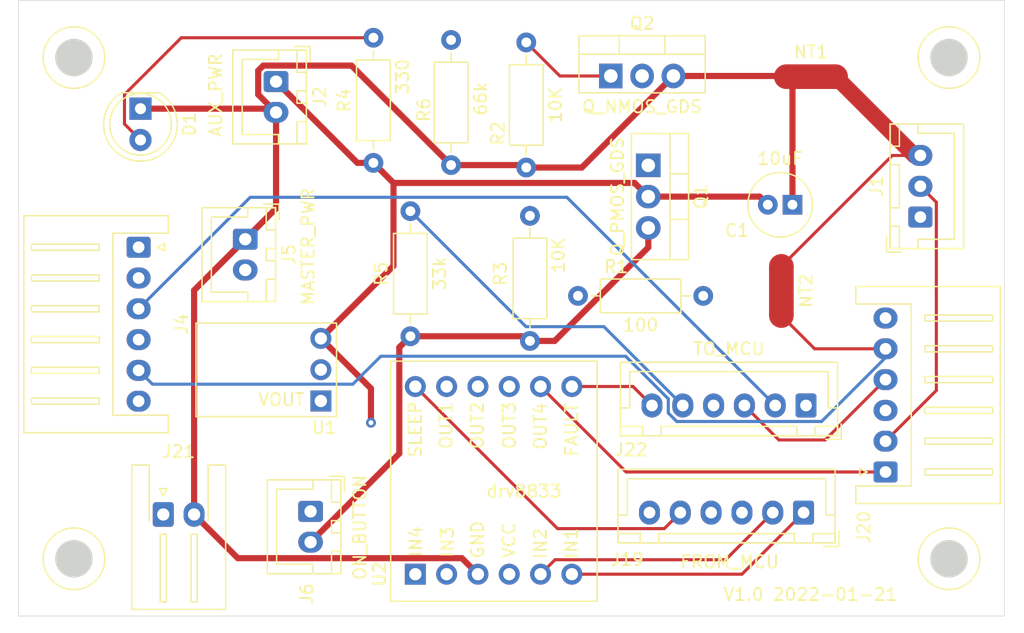
<source format=kicad_pcb>
(kicad_pcb (version 20211014) (generator pcbnew)
  (layers (0 "F.Cu" signal) (1 "In1.Cu" signal) (2 "In2.Cu" signal) (31 "B.Cu" signal) (34 "B.Paste" user) (35 "F.Paste" user) (36 "B.SilkS" user "B.Silkscreen") (37 "F.SilkS" user "F.Silkscreen") (38 "B.Mask" user) (39 "F.Mask" user) (44 "Edge.Cuts" user))
  (net 0 "")
  (net 1 "Net-(J1-Pad1)")
  (net 2 "Net-(D1-Pad2)")
  (net 3 "/GND1")
  (net 4 "Net-(J1-Pad2)")
  (net 5 "Net-(Q2-Pad1)")
  (net 6 "Net-(J1-Pad3)")
  (net 7 "Net-(J4-Pad1)")
  (net 8 "Net-(J22-Pad2)")
  (net 9 "Net-(J22-Pad1)")
  (net 10 "Net-(J4-Pad6)")
  (net 11 "Net-(J19-Pad1)")
  (net 12 "Net-(J19-Pad2)")
  (net 13 "Net-(J19-Pad3)")
  (net 14 "Net-(J19-Pad4)")
  (net 15 "Net-(J19-Pad5)")
  (net 17 "Net-(J20-Pad1)")
  (net 18 "Net-(J20-Pad3)")
  (net 19 "Net-(J20-Pad4)")
  (net 20 "Net-(J20-Pad6)")
  (net 21 "Net-(J22-Pad5)")
  (net 22 "Net-(J22-Pad6)")
  (net 23 "Net-(J20-Pad5)")
  (net 24 "Net-(J5-Pad2)")
  (net 25 "/BAT1")
  (net 26 "/BAT2")
  (net 27 "/XYZ")
  (footprint "Connector_JST:JST_XH_B2B-XH-A_1x02_P2.50mm_Vertical" (layer "F.Cu") (at 18.4 19.4 -90)
    (fp_text reference "J5" (at 1.25 -3.55 -90) (layer "F.SilkS"))
    (fp_text value "PWR BTN")
    (fp_line (start -0.75 -2.45) (end -2.55 -2.45) (layer "F.SilkS") (width 0.12))
    (fp_line (start -2.55 -2.45) (end -2.55 -1.7) (layer "F.SilkS") (width 0.12))
    (fp_line (start 5.06 -2.46) (end -2.56 -2.46) (layer "F.SilkS") (width 0.12))
    (fp_line (start -1.6 -2.75) (end -2.85 -2.75) (layer "F.SilkS") (width 0.12))
    (fp_line (start 5.05 -1.7) (end 5.05 -2.45) (layer "F.SilkS") (width 0.12))
    (fp_line (start 0.75 -2.45) (end 0.75 -1.7) (layer "F.SilkS") (width 0.12))
    (fp_line (start -2.56 3.51) (end 5.06 3.51) (layer "F.SilkS") (width 0.12))
    (fp_line (start 5.06 3.51) (end 5.06 -2.46) (layer "F.SilkS") (width 0.12))
    (fp_line (start -2.55 -0.2) (end -1.8 -0.2) (layer "F.SilkS") (width 0.12))
    (fp_line (start -2.85 -2.75) (end -2.85 -1.5) (layer "F.SilkS") (width 0.12))
    (fp_line (start 3.25 -1.7) (end 5.05 -1.7) (layer "F.SilkS") (width 0.12))
    (fp_line (start -1.8 -0.2) (end -1.8 2.75) (layer "F.SilkS") (width 0.12))
    (fp_line (start 4.3 -0.2) (end 4.3 2.75) (layer "F.SilkS") (width 0.12))
    (fp_line (start -1.8 2.75) (end 1.25 2.75) (layer "F.SilkS") (width 0.12))
    (fp_line (start 5.05 -0.2) (end 4.3 -0.2) (layer "F.SilkS") (width 0.12))
    (fp_line (start 1.75 -2.45) (end 0.75 -2.45) (layer "F.SilkS") (width 0.12))
    (fp_line (start 5.05 -2.45) (end 3.25 -2.45) (layer "F.SilkS") (width 0.12))
    (fp_line (start 1.75 -1.7) (end 1.75 -2.45) (layer "F.SilkS") (width 0.12))
    (fp_line (start 3.25 -2.45) (end 3.25 -1.7) (layer "F.SilkS") (width 0.12))
    (fp_line (start 0.75 -1.7) (end 1.75 -1.7) (layer "F.SilkS") (width 0.12))
    (fp_line (start -0.75 -1.7) (end -0.75 -2.45) (layer "F.SilkS") (width 0.12))
    (fp_line (start 4.3 2.75) (end 1.25 2.75) (layer "F.SilkS") (width 0.12))
    (fp_line (start -2.56 -2.46) (end -2.56 3.51) (layer "F.SilkS") (width 0.12))
    (fp_line (start -2.55 -1.7) (end -0.75 -1.7) (layer "F.SilkS") (width 0.12))
    (pad "1" thru_hole roundrect locked (at 0 0 270) (size 1.7 2) (drill 1) (layers *.Cu *.Mask) (roundrect_rratio 0.1470588235) (net 3 "/GND1"))
    (pad "2" thru_hole oval locked (at 2.5 0 270) (size 1.7 2) (drill 1) (layers *.Cu *.Mask) (net 24 "Net-(J5-Pad2)"))
  )
  (footprint "Resistor_THT:R_Axial_DIN0207_L6.3mm_D2.5mm_P10.16mm_Horizontal" (layer "F.Cu") (at 41.5 17.5 -90)
    (fp_text reference "R3" (at 4.7 2.4 90) (layer "F.SilkS"))
    (fp_text value "10K" (at 3.2 -2.3 90) (layer "F.SilkS"))
    (fp_line (start 1.81 1.37) (end 8.35 1.37) (layer "F.SilkS") (width 0.12))
    (fp_line (start 9.12 0) (end 8.35 0) (layer "F.SilkS") (width 0.12))
    (fp_line (start 1.04 0) (end 1.81 0) (layer "F.SilkS") (width 0.12))
    (fp_line (start 1.81 -1.37) (end 1.81 1.37) (layer "F.SilkS") (width 0.12))
    (fp_line (start 8.35 -1.37) (end 1.81 -1.37) (layer "F.SilkS") (width 0.12))
    (fp_line (start 8.35 1.37) (end 8.35 -1.37) (layer "F.SilkS") (width 0.12))
    (pad "1" thru_hole circle locked (at 0 0 270) (size 1.6 1.6) (drill 0.8) (layers *.Cu *.Mask) (net 24 "Net-(J5-Pad2)"))
    (pad "2" thru_hole oval locked (at 10.16 0 270) (size 1.6 1.6) (drill 0.8) (layers *.Cu *.Mask) (net 26 "/BAT2"))
  )
  (footprint "Connector_JST:JST_XH_S2B-XH-A-1_1x02_P2.50mm_Horizontal" (layer "F.Cu") (at 11.75 41.75)
    (fp_text reference "J21" (at 1.25 -5.1) (layer "F.SilkS"))
    (fp_text value "BAT")
    (fp_line (start 5.06 7.71) (end 5.06 -4.01) (layer "F.SilkS") (width 0.12))
    (fp_line (start 5.06 -4.01) (end 3.64 -4.01) (layer "F.SilkS") (width 0.12))
    (fp_line (start 0.25 1.6) (end -0.25 1.6) (layer "F.SilkS") (width 0.12))
    (fp_line (start -0.3 -2.1) (end 0.3 -2.1) (layer "F.SilkS") (width 0.12))
    (fp_line (start 2.25 7.1) (end 2.75 7.1) (layer "F.SilkS") (width 0.12))
    (fp_line (start 2.75 7.1) (end 2.75 1.6) (layer "F.SilkS") (width 0.12))
    (fp_line (start 1.25 7.71) (end 5.06 7.71) (layer "F.SilkS") (width 0.12))
    (fp_line (start -2.56 7.71) (end -2.56 -4.01) (layer "F.SilkS") (width 0.12))
    (fp_line (start 3.64 -4.01) (end 3.64 0.49) (layer "F.SilkS") (width 0.12))
    (fp_line (start 0.25 7.1) (end 0.25 1.6) (layer "F.SilkS") (width 0.12))
    (fp_line (start 2.25 1.6) (end 2.25 7.1) (layer "F.SilkS") (width 0.12))
    (fp_line (start 0 -1.5) (end -0.3 -2.1) (layer "F.SilkS") (width 0.12))
    (fp_line (start -0.25 7.1) (end 0.25 7.1) (layer "F.SilkS") (width 0.12))
    (fp_line (start -2.56 -4.01) (end -1.14 -4.01) (layer "F.SilkS") (width 0.12))
    (fp_line (start 2.75 1.6) (end 2.25 1.6) (layer "F.SilkS") (width 0.12))
    (fp_line (start 0.3 -2.1) (end 0 -1.5) (layer "F.SilkS") (width 0.12))
    (fp_line (start 1.25 7.71) (end -2.56 7.71) (layer "F.SilkS") (width 0.12))
    (fp_line (start -0.25 1.6) (end -0.25 7.1) (layer "F.SilkS") (width 0.12))
    (fp_line (start -1.14 -4.01) (end -1.14 0.49) (layer "F.SilkS") (width 0.12))
    (pad "1" thru_hole roundrect locked (at 0 0) (size 1.7 2) (drill 1) (layers *.Cu *.Mask) (roundrect_rratio 0.1470588235) (net 25 "/BAT1"))
    (pad "2" thru_hole oval locked (at 2.5 0) (size 1.7 2) (drill 1) (layers *.Cu *.Mask) (net 3 "/GND1"))
  )
  (footprint "Resistor_THT:R_Axial_DIN0207_L6.3mm_D2.5mm_P10.16mm_Horizontal" (layer "F.Cu") (at 31.8 27.28 90)
    (fp_text reference "R5" (at 5.08 -2.37 90) (layer "F.SilkS"))
    (fp_text value "33k" (at 5.08 2.37 90) (layer "F.SilkS"))
    (fp_line (start 9.12 0) (end 8.35 0) (layer "F.SilkS") (width 0.12))
    (fp_line (start 1.81 -1.37) (end 1.81 1.37) (layer "F.SilkS") (width 0.12))
    (fp_line (start 8.35 1.37) (end 8.35 -1.37) (layer "F.SilkS") (width 0.12))
    (fp_line (start 8.35 -1.37) (end 1.81 -1.37) (layer "F.SilkS") (width 0.12))
    (fp_line (start 1.04 0) (end 1.81 0) (layer "F.SilkS") (width 0.12))
    (fp_line (start 1.81 1.37) (end 8.35 1.37) (layer "F.SilkS") (width 0.12))
    (pad "1" thru_hole circle locked (at 0 0 90) (size 1.6 1.6) (drill 0.8) (layers *.Cu *.Mask) (net 26 "/BAT2"))
    (pad "2" thru_hole oval locked (at 10.16 0 90) (size 1.6 1.6) (drill 0.8) (layers *.Cu *.Mask) (net 21 "Net-(J22-Pad5)"))
  )
  (footprint "NetTie:NetTie-2_SMD_Pad2.0mm" (layer "F.Cu") (at 61.9 23.6 -90)
    (fp_text reference "NT2" (at 0 -2 -90) (layer "F.SilkS"))
    (fp_text value "NetTie_2")
    (fp_poly (pts (xy -2 -1) (xy 2 -1) (xy 2 1) (xy -2 1)) (layer "F.Cu") (width 0) (fill solid))
    (pad "1" smd circle locked (at -2 0 270) (size 2 2) (layers "F.Cu") (net 6 "Net-(J1-Pad3)"))
    (pad "2" smd circle locked (at 2 0 270) (size 2 2) (layers "F.Cu") (net 23 "Net-(J20-Pad5)"))
  )
  (footprint "Connector_JST:JST_XH_S6B-XH-A_1x06_P2.50mm_Horizontal" (layer "F.Cu") (at 9.75 20.05 -90)
    (fp_text reference "J4" (at 6.25 -3.5 -90) (layer "F.SilkS"))
    (fp_text value "M_LFT")
    (fp_line (start -0.25 8.7) (end 0.25 8.7) (layer "F.SilkS") (width 0.12))
    (fp_line (start 15.06 -2.41) (end 13.64 -2.41) (layer "F.SilkS") (width 0.12))
    (fp_line (start 10.25 8.7) (end 10.25 3.2) (layer "F.SilkS") (width 0.12))
    (fp_line (start 2.75 3.2) (end 2.25 3.2) (layer "F.SilkS") (width 0.12))
    (fp_line (start 0 -1.5) (end -0.3 -2.1) (layer "F.SilkS") (width 0.12))
    (fp_line (start 7.75 3.2) (end 7.25 3.2) (layer "F.SilkS") (width 0.12))
    (fp_line (start 2.25 8.7) (end 2.75 8.7) (layer "F.SilkS") (width 0.12))
    (fp_line (start 12.25 3.2) (end 12.25 8.7) (layer "F.SilkS") (width 0.12))
    (fp_line (start 13.64 2.09) (end 6.25 2.09) (layer "F.SilkS") (width 0.12))
    (fp_line (start 2.75 8.7) (end 2.75 3.2) (layer "F.SilkS") (width 0.12))
    (fp_line (start -2.56 -2.41) (end -1.14 -2.41) (layer "F.SilkS") (width 0.12))
    (fp_line (start 2.25 3.2) (end 2.25 8.7) (layer "F.SilkS") (width 0.12))
    (fp_line (start 6.25 9.31) (end -2.56 9.31) (layer "F.SilkS") (width 0.12))
    (fp_line (start 12.25 8.7) (end 12.75 8.7) (layer "F.SilkS") (width 0.12))
    (fp_line (start 12.75 3.2) (end 12.25 3.2) (layer "F.SilkS") (width 0.12))
    (fp_line (start 0.25 8.7) (end 0.25 3.2) (layer "F.SilkS") (width 0.12))
    (fp_line (start 12.75 8.7) (end 12.75 3.2) (layer "F.SilkS") (width 0.12))
    (fp_line (start 7.75 8.7) (end 7.75 3.2) (layer "F.SilkS") (width 0.12))
    (fp_line (start 0.25 3.2) (end -0.25 3.2) (layer "F.SilkS") (width 0.12))
    (fp_line (start 9.75 8.7) (end 10.25 8.7) (layer "F.SilkS") (width 0.12))
    (fp_line (start -0.3 -2.1) (end 0.3 -2.1) (layer "F.SilkS") (width 0.12))
    (fp_line (start 7.25 8.7) (end 7.75 8.7) (layer "F.SilkS") (width 0.12))
    (fp_line (start 5.25 8.7) (end 5.25 3.2) (layer "F.SilkS") (width 0.12))
    (fp_line (start 7.25 3.2) (end 7.25 8.7) (layer "F.SilkS") (width 0.12))
    (fp_line (start -1.14 -2.41) (end -1.14 2.09) (layer "F.SilkS") (width 0.12))
    (fp_line (start 9.75 3.2) (end 9.75 8.7) (layer "F.SilkS") (width 0.12))
    (fp_line (start 5.25 3.2) (end 4.75 3.2) (layer "F.SilkS") (width 0.12))
    (fp_line (start 13.64 -2.41) (end 13.64 2.09) (layer "F.SilkS") (width 0.12))
    (fp_line (start 10.25 3.2) (end 9.75 3.2) (layer "F.SilkS") (width 0.12))
    (fp_line (start 4.75 3.2) (end 4.75 8.7) (layer "F.SilkS") (width 0.12))
    (fp_line (start 6.25 9.31) (end 15.06 9.31) (layer "F.SilkS") (width 0.12))
    (fp_line (start -2.56 9.31) (end -2.56 -2.41) (layer "F.SilkS") (width 0.12))
    (fp_line (start 15.06 9.31) (end 15.06 -2.41) (layer "F.SilkS") (width 0.12))
    (fp_line (start 0.3 -2.1) (end 0 -1.5) (layer "F.SilkS") (width 0.12))
    (fp_line (start -1.14 2.09) (end 6.25 2.09) (layer "F.SilkS") (width 0.12))
    (fp_line (start -0.25 3.2) (end -0.25 8.7) (layer "F.SilkS") (width 0.12))
    (fp_line (start 4.75 8.7) (end 5.25 8.7) (layer "F.SilkS") (width 0.12))
    (pad "1" thru_hole roundrect locked (at 0 0 270) (size 1.7 1.95) (drill 0.95) (layers *.Cu *.Mask) (roundrect_rratio 0.1470588235) (net 7 "Net-(J4-Pad1)"))
    (pad "2" thru_hole oval locked (at 2.5 0 270) (size 1.7 1.95) (drill 0.95) (layers *.Cu *.Mask) (net 4 "Net-(J1-Pad2)"))
    (pad "3" thru_hole oval locked (at 5 0 270) (size 1.7 1.95) (drill 0.95) (layers *.Cu *.Mask) (net 8 "Net-(J22-Pad2)"))
    (pad "4" thru_hole oval locked (at 7.5 0 270) (size 1.7 1.95) (drill 0.95) (layers *.Cu *.Mask) (net 9 "Net-(J22-Pad1)"))
    (pad "5" thru_hole oval locked (at 10 0 270) (size 1.7 1.95) (drill 0.95) (layers *.Cu *.Mask) (net 23 "Net-(J20-Pad5)"))
    (pad "6" thru_hole oval locked (at 12.5 0 270) (size 1.7 1.95) (drill 0.95) (layers *.Cu *.Mask) (net 10 "Net-(J4-Pad6)"))
  )
  (footprint "Connector_JST:JST_XH_B3B-XH-A_1x03_P2.50mm_Vertical" (layer "F.Cu") (at 73.175 17.6 90)
    (fp_text reference "J1" (at 2.5 -3.55 90) (layer "F.SilkS"))
    (fp_text value "MCU_PWR")
    (fp_line (start -1.6 -2.75) (end -2.85 -2.75) (layer "F.SilkS") (width 0.12))
    (fp_line (start -2.85 -2.75) (end -2.85 -1.5) (layer "F.SilkS") (width 0.12))
    (fp_line (start -2.55 -0.2) (end -1.8 -0.2) (layer "F.SilkS") (width 0.12))
    (fp_line (start -2.55 -2.45) (end -2.55 -1.7) (layer "F.SilkS") (width 0.12))
    (fp_line (start 7.56 3.51) (end 7.56 -2.46) (layer "F.SilkS") (width 0.12))
    (fp_line (start 0.75 -2.45) (end 0.75 -1.7) (layer "F.SilkS") (width 0.12))
    (fp_line (start 5.75 -2.45) (end 5.75 -1.7) (layer "F.SilkS") (width 0.12))
    (fp_line (start 6.8 -0.2) (end 6.8 2.75) (layer "F.SilkS") (width 0.12))
    (fp_line (start 7.55 -2.45) (end 5.75 -2.45) (layer "F.SilkS") (width 0.12))
    (fp_line (start -2.56 -2.46) (end -2.56 3.51) (layer "F.SilkS") (width 0.12))
    (fp_line (start 7.55 -0.2) (end 6.8 -0.2) (layer "F.SilkS") (width 0.12))
    (fp_line (start 7.56 -2.46) (end -2.56 -2.46) (layer "F.SilkS") (width 0.12))
    (fp_line (start -0.75 -1.7) (end -0.75 -2.45) (layer "F.SilkS") (width 0.12))
    (fp_line (start 5.75 -1.7) (end 7.55 -1.7) (layer "F.SilkS") (width 0.12))
    (fp_line (start 6.8 2.75) (end 2.5 2.75) (layer "F.SilkS") (width 0.12))
    (fp_line (start -0.75 -2.45) (end -2.55 -2.45) (layer "F.SilkS") (width 0.12))
    (fp_line (start -2.55 -1.7) (end -0.75 -1.7) (layer "F.SilkS") (width 0.12))
    (fp_line (start 0.75 -1.7) (end 4.25 -1.7) (layer "F.SilkS") (width 0.12))
    (fp_line (start 4.25 -1.7) (end 4.25 -2.45) (layer "F.SilkS") (width 0.12))
    (fp_line (start 7.55 -1.7) (end 7.55 -2.45) (layer "F.SilkS") (width 0.12))
    (fp_line (start -1.8 2.75) (end 2.5 2.75) (layer "F.SilkS") (width 0.12))
    (fp_line (start -2.56 3.51) (end 7.56 3.51) (layer "F.SilkS") (width 0.12))
    (fp_line (start 4.25 -2.45) (end 0.75 -2.45) (layer "F.SilkS") (width 0.12))
    (fp_line (start -1.8 -0.2) (end -1.8 2.75) (layer "F.SilkS") (width 0.12))
    (pad "1" thru_hole roundrect locked (at 0 0 90) (size 1.7 1.95) (drill 0.95) (layers *.Cu *.Mask) (roundrect_rratio 0.1470588235) (net 1 "Net-(J1-Pad1)"))
    (pad "2" thru_hole oval locked (at 2.5 0 90) (size 1.7 1.95) (drill 0.95) (layers *.Cu *.Mask) (net 4 "Net-(J1-Pad2)"))
    (pad "3" thru_hole oval locked (at 5 0 90) (size 1.7 1.95) (drill 0.95) (layers *.Cu *.Mask) (net 6 "Net-(J1-Pad3)"))
  )
  (footprint "Package_TO_SOT_THT:TO-220-3_Vertical" (layer "F.Cu") (at 48.06 6.145)
    (fp_text reference "Q2" (at 2.54 -4.27) (layer "F.SilkS"))
    (fp_text value "Q_NMOS_GDS" (at 2.54 2.5) (layer "F.SilkS"))
    (fp_line (start -2.58 1.371) (end 7.66 1.371) (layer "F.SilkS") (width 0.12))
    (fp_line (start 4.391 -3.27) (end 4.391 -1.76) (layer "F.SilkS") (width 0.12))
    (fp_line (start -2.58 -3.27) (end -2.58 1.371) (layer "F.SilkS") (width 0.12))
    (fp_line (start -2.58 -1.76) (end 7.66 -1.76) (layer "F.SilkS") (width 0.12))
    (fp_line (start -2.58 -3.27) (end 7.66 -3.27) (layer "F.SilkS") (width 0.12))
    (fp_line (start 0.69 -3.27) (end 0.69 -1.76) (layer "F.SilkS") (width 0.12))
    (fp_line (start 7.66 -3.27) (end 7.66 1.371) (layer "F.SilkS") (width 0.12))
    (pad "1" thru_hole rect locked (at 0 0) (size 1.905 2) (drill 1.1) (layers *.Cu *.Mask) (net 5 "Net-(Q2-Pad1)"))
    (pad "2" thru_hole oval locked (at 2.54 0) (size 1.905 2) (drill 1.1) (layers *.Cu *.Mask) (net 24 "Net-(J5-Pad2)"))
    (pad "3" thru_hole oval locked (at 5.08 0) (size 1.905 2) (drill 1.1) (layers *.Cu *.Mask) (net 3 "/GND1"))
  )
  (footprint "tobi:drv8833" (layer "F.Cu") (at 32.2 46.6 90)
    (fp_text reference "U2" (at 0 -2.9 90 unlocked) (layer "F.SilkS"))
    (fp_text value "DRV8833")
    (fp_text user "GND" (at 2.8 5.05 90 unlocked) (layer "F.SilkS"))
    (fp_text user "IN3" (at 2.6 2.6 90 unlocked) (layer "F.SilkS"))
    (fp_text user "FAULT" (at 11.73 12.68 90 unlocked) (layer "F.SilkS"))
    (fp_text user "drv8833" (at 6.74 8.82 unlocked) (layer "F.SilkS"))
    (fp_text user "OUT1" (at 12.08 2.49 90 unlocked) (layer "F.SilkS"))
    (fp_text user "SLEEP" (at 11.75 0 90 unlocked) (layer "F.SilkS"))
    (fp_text user "IN1" (at 2.5 12.65 90 unlocked) (layer "F.SilkS"))
    (fp_text user "IN2" (at 2.5 10.15 90 unlocked) (layer "F.SilkS"))
    (fp_text user "OUT4" (at 12.02 10.14 90 unlocked) (layer "F.SilkS"))
    (fp_text user "OUT2" (at 12.08 5.03 90 unlocked) (layer "F.SilkS"))
    (fp_text user "VCC" (at 2.75 7.6 90 unlocked) (layer "F.SilkS"))
    (fp_text user "OUT3" (at 12.08 7.63 90 unlocked) (layer "F.SilkS"))
    (fp_text user "IN4" (at 2.65 0.05 90 unlocked) (layer "F.SilkS"))
    (fp_rect (start -2.2 -2) (end 17.3 14.75) (layer "F.SilkS") (width 0.12) (fill none))
    (pad "1" thru_hole rect (at 0 0 90) (size 1.7 1.7) (drill 1) (layers *.Cu *.Mask) (net 14 "Net-(J19-Pad4)"))
    (pad "2" thru_hole oval (at 0 2.54 90) (size 1.7 1.7) (drill 1) (layers *.Cu *.Mask) (net 13 "Net-(J19-Pad3)"))
    (pad "3" thru_hole oval (at 0 5.08 90) (size 1.7 1.7) (drill 1) (layers *.Cu *.Mask) (net 3 "/GND1"))
    (pad "4" thru_hole oval (at 0 7.62 90) (size 1.7 1.7) (drill 1) (layers *.Cu *.Mask) (net 27 "/XYZ"))
    (pad "5" thru_hole oval (at 0 10.16 90) (size 1.7 1.7) (drill 1) (layers *.Cu *.Mask) (net 12 "Net-(J19-Pad2)"))
    (pad "6" thru_hole oval (at 0 12.7 90) (size 1.7 1.7) (drill 1) (layers *.Cu *.Mask) (net 11 "Net-(J19-Pad1)"))
    (pad "7" thru_hole oval (at 15.24 12.7 90) (size 1.7 1.7) (drill 1) (layers *.Cu *.Mask) (net 22 "Net-(J22-Pad6)"))
    (pad "8" thru_hole oval (at 15.24 10.16 90) (size 1.7 1.7) (drill 1) (layers *.Cu *.Mask) (net 17 "Net-(J20-Pad1)"))
    (pad "9" thru_hole oval (at 15.24 7.62 90) (size 1.7 1.7) (drill 1) (layers *.Cu *.Mask) (net 20 "Net-(J20-Pad6)"))
    (pad "10" thru_hole oval (at 15.24 5.08 90) (size 1.7 1.7) (drill 1) (layers *.Cu *.Mask) (net 7 "Net-(J4-Pad1)"))
    (pad "11" thru_hole oval (at 15.24 2.54 90) (size 1.7 1.7) (drill 1) (layers *.Cu *.Mask) (net 10 "Net-(J4-Pad6)"))
    (pad "12" thru_hole oval (at 15.24 0 90) (size 1.7 1.7) (drill 1) (layers *.Cu *.Mask) (net 15 "Net-(J19-Pad5)"))
  )
  (footprint "Package_TO_SOT_THT:TO-220-3_Vertical" (layer "F.Cu") (at 51.1 13.4 -90)
    (fp_text reference "Q1" (at 2.54 -4.27 90) (layer "F.SilkS"))
    (fp_text value "Q_PMOS_GDS" (at 2.54 2.5 90) (layer "F.SilkS"))
    (fp_line (start -2.58 -3.27) (end 7.66 -3.27) (layer "F.SilkS") (width 0.12))
    (fp_line (start -2.58 -3.27) (end -2.58 1.371) (layer "F.SilkS") (width 0.12))
    (fp_line (start -2.58 -1.76) (end 7.66 -1.76) (layer "F.SilkS") (width 0.12))
    (fp_line (start 0.69 -3.27) (end 0.69 -1.76) (layer "F.SilkS") (width 0.12))
    (fp_line (start -2.58 1.371) (end 7.66 1.371) (layer "F.SilkS") (width 0.12))
    (fp_line (start 4.391 -3.27) (end 4.391 -1.76) (layer "F.SilkS") (width 0.12))
    (fp_line (start 7.66 -3.27) (end 7.66 1.371) (layer "F.SilkS") (width 0.12))
    (pad "1" thru_hole rect locked (at 0 0 270) (size 1.905 2) (drill 1.1) (layers *.Cu *.Mask) (net 24 "Net-(J5-Pad2)"))
    (pad "2" thru_hole oval locked (at 2.54 0 270) (size 1.905 2) (drill 1.1) (layers *.Cu *.Mask) (net 27 "/XYZ"))
    (pad "3" thru_hole oval locked (at 5.08 0 270) (size 1.905 2) (drill 1.1) (layers *.Cu *.Mask) (net 26 "/BAT2"))
  )
  (footprint "Resistor_THT:R_Axial_DIN0207_L6.3mm_D2.5mm_P10.16mm_Horizontal" (layer "F.Cu") (at 35.1 3.22 -90)
    (fp_text reference "R6" (at 5.68 2.2 -90) (layer "F.SilkS"))
    (fp_text value "66k" (at 4.78 -2.4 -90) (layer "F.SilkS"))
    (fp_line (start 8.35 -1.37) (end 1.81 -1.37) (layer "F.SilkS") (width 0.12))
    (fp_line (start 9.12 0) (end 8.35 0) (layer "F.SilkS") (width 0.12))
    (fp_line (start 1.81 -1.37) (end 1.81 1.37) (layer "F.SilkS") (width 0.12))
    (fp_line (start 8.35 1.37) (end 8.35 -1.37) (layer "F.SilkS") (width 0.12))
    (fp_line (start 1.04 0) (end 1.81 0) (layer "F.SilkS") (width 0.12))
    (fp_line (start 1.81 1.37) (end 8.35 1.37) (layer "F.SilkS") (width 0.12))
    (pad "1" thru_hole circle locked (at 0 0 270) (size 1.6 1.6) (drill 0.8) (layers *.Cu *.Mask) (net 21 "Net-(J22-Pad5)"))
    (pad "2" thru_hole oval locked (at 10.16 0 270) (size 1.6 1.6) (drill 0.8) (layers *.Cu *.Mask) (net 3 "/GND1"))
  )
  (footprint "LED_THT:LED_D5.0mm" (layer "F.Cu") (at 9.9 8.8 -90)
    (fp_text reference "D1" (at 1.27 -3.96 -90) (layer "F.SilkS"))
    (fp_text value "LED")
    (fp_line (start -1.29 -1.545) (end -1.29 1.545) (layer "F.SilkS") (width 0.12))
    (fp_arc (start 4.26 -0.000462) (mid 2.072002 2.880433) (end -1.29 1.54483) (layer "F.SilkS") (width 0.12))
    (fp_arc (start -1.29 -1.54483) (mid 2.072002 -2.880433) (end 4.26 0.000462) (layer "F.SilkS") (width 0.12))
    (fp_circle (center 1.27 0) (end 3.77 0) (layer "F.SilkS") (width 0.12) (fill none))
    (pad "1" thru_hole rect locked (at 0 0 270) (size 1.8 1.8) (drill 0.9) (layers *.Cu *.Mask) (net 3 "/GND1"))
    (pad "2" thru_hole circle locked (at 2.54 0 270) (size 1.8 1.8) (drill 0.9) (layers *.Cu *.Mask) (net 2 "Net-(D1-Pad2)"))
  )
  (footprint "Resistor_THT:R_Axial_DIN0207_L6.3mm_D2.5mm_P10.16mm_Horizontal" (layer "F.Cu") (at 45.4 24)
    (fp_text reference "R1" (at 3.1 -2.37) (layer "F.SilkS"))
    (fp_text value "100" (at 5.08 2.37) (layer "F.SilkS"))
    (fp_line (start 1.04 0) (end 1.81 0) (layer "F.SilkS") (width 0.12))
    (fp_line (start 1.81 1.37) (end 8.35 1.37) (layer "F.SilkS") (width 0.12))
    (fp_line (start 9.12 0) (end 8.35 0) (layer "F.SilkS") (width 0.12))
    (fp_line (start 1.81 -1.37) (end 1.81 1.37) (layer "F.SilkS") (width 0.12))
    (fp_line (start 8.35 1.37) (end 8.35 -1.37) (layer "F.SilkS") (width 0.12))
    (fp_line (start 8.35 -1.37) (end 1.81 -1.37) (layer "F.SilkS") (width 0.12))
    (pad "1" thru_hole circle locked (at 0 0) (size 1.6 1.6) (drill 0.8) (layers *.Cu *.Mask) (net 5 "Net-(Q2-Pad1)"))
    (pad "2" thru_hole oval locked (at 10.16 0) (size 1.6 1.6) (drill 0.8) (layers *.Cu *.Mask) (net 1 "Net-(J1-Pad1)"))
  )
  (footprint "Connector_JST:JST_XH_B6B-XH-A_1x06_P2.50mm_Vertical" (layer "F.Cu") (at 63.7 41.6 180)
    (fp_text reference "J19" (at 14.3 -3.8) (layer "F.SilkS"))
    (fp_text value "FROM_MCU" (at 6 -4) (layer "F.SilkS"))
    (fp_line (start 13.25 -2.45) (end 13.25 -1.7) (layer "F.SilkS") (width 0.12))
    (fp_line (start -2.55 -2.45) (end -2.55 -1.7) (layer "F.SilkS") (width 0.12))
    (fp_line (start -2.55 -0.2) (end -1.8 -0.2) (layer "F.SilkS") (width 0.12))
    (fp_line (start -1.8 2.75) (end 6.25 2.75) (layer "F.SilkS") (width 0.12))
    (fp_line (start -2.56 -2.46) (end -2.56 3.51) (layer "F.SilkS") (width 0.12))
    (fp_line (start 15.05 -2.45) (end 13.25 -2.45) (layer "F.SilkS") (width 0.12))
    (fp_line (start 15.06 3.51) (end 15.06 -2.46) (layer "F.SilkS") (width 0.12))
    (fp_line (start 0.75 -1.7) (end 11.75 -1.7) (layer "F.SilkS") (width 0.12))
    (fp_line (start 15.05 -0.2) (end 14.3 -0.2) (layer "F.SilkS") (width 0.12))
    (fp_line (start -2.85 -2.75) (end -2.85 -1.5) (layer "F.SilkS") (width 0.12))
    (fp_line (start 11.75 -2.45) (end 0.75 -2.45) (layer "F.SilkS") (width 0.12))
    (fp_line (start 15.06 -2.46) (end -2.56 -2.46) (layer "F.SilkS") (width 0.12))
    (fp_line (start 15.05 -1.7) (end 15.05 -2.45) (layer "F.SilkS") (width 0.12))
    (fp_line (start -0.75 -1.7) (end -0.75 -2.45) (layer "F.SilkS") (width 0.12))
    (fp_line (start 0.75 -2.45) (end 0.75 -1.7) (layer "F.SilkS") (width 0.12))
    (fp_line (start -2.56 3.51) (end 15.06 3.51) (layer "F.SilkS") (width 0.12))
    (fp_line (start 14.3 -0.2) (end 14.3 2.75) (layer "F.SilkS") (width 0.12))
    (fp_line (start 14.3 2.75) (end 6.25 2.75) (layer "F.SilkS") (width 0.12))
    (fp_line (start -1.8 -0.2) (end -1.8 2.75) (layer "F.SilkS") (width 0.12))
    (fp_line (start -0.75 -2.45) (end -2.55 -2.45) (layer "F.SilkS") (width 0.12))
    (fp_line (start -1.6 -2.75) (end -2.85 -2.75) (layer "F.SilkS") (width 0.12))
    (fp_line (start 13.25 -1.7) (end 15.05 -1.7) (layer "F.SilkS") (width 0.12))
    (fp_line (start -2.55 -1.7) (end -0.75 -1.7) (layer "F.SilkS") (width 0.12))
    (fp_line (start 11.75 -1.7) (end 11.75 -2.45) (layer "F.SilkS") (width 0.12))
    (pad "1" thru_hole roundrect locked (at 0 0 180) (size 1.7 1.95) (drill 0.95) (layers *.Cu *.Mask) (roundrect_rratio 0.1470588235) (net 11 "Net-(J19-Pad1)"))
    (pad "2" thru_hole oval locked (at 2.5 0 180) (size 1.7 1.95) (drill 0.95) (layers *.Cu *.Mask) (net 12 "Net-(J19-Pad2)"))
    (pad "3" thru_hole oval locked (at 5 0 180) (size 1.7 1.95) (drill 0.95) (layers *.Cu *.Mask) (net 13 "Net-(J19-Pad3)"))
    (pad "4" thru_hole oval locked (at 7.5 0 180) (size 1.7 1.95) (drill 0.95) (layers *.Cu *.Mask) (net 14 "Net-(J19-Pad4)"))
    (pad "5" thru_hole oval locked (at 10 0 180) (size 1.7 1.95) (drill 0.95) (layers *.Cu *.Mask) (net 15 "Net-(J19-Pad5)"))
    (pad "6" thru_hole oval locked (at 12.5 0 180) (size 1.7 1.95) (drill 0.95) (layers *.Cu *.Mask))
  )
  (footprint "tobi:pololu_5v_updown" (layer "F.Cu") (at 25.805 33.805 180)
    (fp_text reference "U1" (at 1.005 -0.895 unlocked) (layer "F.SilkS"))
    (fp_text value "S9V11F5")
    (fp_text user "VOUT" (at 4.475 1.375 unlocked) (layer "F.SilkS"))
    (fp_rect (start 0 0) (end 11.4 7.6) (layer "F.SilkS") (width 0.12) (fill none))
    (pad "1" thru_hole rect (at 1.27 1.27 180) (size 1.7 1.7) (drill 1) (layers *.Cu *.Mask) (net 4 "Net-(J1-Pad2)"))
    (pad "2" thru_hole oval (at 1.27 3.81 180) (size 1.7 1.7) (drill 1) (layers *.Cu *.Mask) (net 6 "Net-(J1-Pad3)"))
    (pad "3" thru_hole oval (at 1.27 6.35 180) (size 1.7 1.7) (drill 1) (layers *.Cu *.Mask) (net 27 "/XYZ"))
  )
  (footprint "Resistor_THT:R_Axial_DIN0207_L6.3mm_D2.5mm_P10.16mm_Horizontal" (layer "F.Cu") (at 41.2 13.58 90)
    (fp_text reference "R2" (at 2.78 -2.3 270) (layer "F.SilkS"))
    (fp_text value "10K" (at 5.08 2.37 90) (layer "F.SilkS"))
    (fp_line (start 8.35 -1.37) (end 1.81 -1.37) (layer "F.SilkS") (width 0.12))
    (fp_line (start 1.04 0) (end 1.81 0) (layer "F.SilkS") (width 0.12))
    (fp_line (start 8.35 1.37) (end 8.35 -1.37) (layer "F.SilkS") (width 0.12))
    (fp_line (start 1.81 -1.37) (end 1.81 1.37) (layer "F.SilkS") (width 0.12))
    (fp_line (start 9.12 0) (end 8.35 0) (layer "F.SilkS") (width 0.12))
    (fp_line (start 1.81 1.37) (end 8.35 1.37) (layer "F.SilkS") (width 0.12))
    (pad "1" thru_hole circle locked (at 0 0 90) (size 1.6 1.6) (drill 0.8) (layers *.Cu *.Mask) (net 3 "/GND1"))
    (pad "2" thru_hole oval locked (at 10.16 0 90) (size 1.6 1.6) (drill 0.8) (layers *.Cu *.Mask) (net 5 "Net-(Q2-Pad1)"))
  )
  (footprint "Connector_JST:JST_XH_B2B-XH-A_1x02_P2.50mm_Vertical" (layer "F.Cu") (at 20.9 6.6 -90)
    (fp_text reference "J2" (at 1.25 -3.55 90) (layer "F.SilkS"))
    (fp_text value "AUX_VOUT")
    (fp_line (start 5.06 -2.46) (end -2.56 -2.46) (layer "F.SilkS") (width 0.12))
    (fp_line (start 1.75 -2.45) (end 0.75 -2.45) (layer "F.SilkS") (width 0.12))
    (fp_line (start -2.55 -1.7) (end -0.75 -1.7) (layer "F.SilkS") (width 0.12))
    (fp_line (start 5.05 -1.7) (end 5.05 -2.45) (layer "F.SilkS") (width 0.12))
    (fp_line (start -2.55 -2.45) (end -2.55 -1.7) (layer "F.SilkS") (width 0.12))
    (fp_line (start -2.85 -2.75) (end -2.85 -1.5) (layer "F.SilkS") (width 0.12))
    (fp_line (start 3.25 -2.45) (end 3.25 -1.7) (layer "F.SilkS") (width 0.12))
    (fp_line (start 5.06 3.51) (end 5.06 -2.46) (layer "F.SilkS") (width 0.12))
    (fp_line (start -0.75 -1.7) (end -0.75 -2.45) (layer "F.SilkS") (width 0.12))
    (fp_line (start 1.75 -1.7) (end 1.75 -2.45) (layer "F.SilkS") (width 0.12))
    (fp_line (start -1.6 -2.75) (end -2.85 -2.75) (layer "F.SilkS") (width 0.12))
    (fp_line (start 3.25 -1.7) (end 5.05 -1.7) (layer "F.SilkS") (width 0.12))
    (fp_line (start -2.56 3.51) (end 5.06 3.51) (layer "F.SilkS") (width 0.12))
    (fp_line (start -2.56 -2.46) (end -2.56 3.51) (layer "F.SilkS") (width 0.12))
    (fp_line (start 0.75 -1.7) (end 1.75 -1.7) (layer "F.SilkS") (width 0.12))
    (fp_line (start -1.8 -0.2) (end -1.8 2.75) (layer "F.SilkS") (width 0.12))
    (fp_line (start 0.75 -2.45) (end 0.75 -1.7) (layer "F.SilkS") (width 0.12))
    (fp_line (start -1.8 2.75) (end 1.25 2.75) (layer "F.SilkS") (width 0.12))
    (fp_line (start 4.3 2.75) (end 1.25 2.75) (layer "F.SilkS") (width 0.12))
    (fp_line (start 5.05 -2.45) (end 3.25 -2.45) (layer "F.SilkS") (width 0.12))
    (fp_line (start 5.05 -0.2) (end 4.3 -0.2) (layer "F.SilkS") (width 0.12))
    (fp_line (start -2.55 -0.2) (end -1.8 -0.2) (layer "F.SilkS") (width 0.12))
    (fp_line (start -0.75 -2.45) (end -2.55 -2.45) (layer "F.SilkS") (width 0.12))
    (fp_line (start 4.3 -0.2) (end 4.3 2.75) (layer "F.SilkS") (width 0.12))
    (pad "1" thru_hole roundrect locked (at 0 0 270) (size 1.7 2) (drill 1) (layers *.Cu *.Mask) (roundrect_rratio 0.1470588235) (net 27 "/XYZ"))
    (pad "2" thru_hole oval locked (at 2.5 0 270) (size 1.7 2) (drill 1) (layers *.Cu *.Mask) (net 3 "/GND1"))
  )
  (footprint "Resistor_THT:R_Axial_DIN0207_L6.3mm_D2.5mm_P10.16mm_Horizontal" (layer "F.Cu") (at 28.8 13.2 90)
    (fp_text reference "R4" (at 5.08 -2.37 90) (layer "F.SilkS"))
    (fp_text value "330" (at 7 2.37 90) (layer "F.SilkS"))
    (fp_line (start 8.35 -1.37) (end 1.81 -1.37) (layer "F.SilkS") (width 0.12))
    (fp_line (start 1.81 -1.37) (end 1.81 1.37) (layer "F.SilkS") (width 0.12))
    (fp_line (start 1.04 0) (end 1.81 0) (layer "F.SilkS") (width 0.12))
    (fp_line (start 9.12 0) (end 8.35 0) (layer "F.SilkS") (width 0.12))
    (fp_line (start 8.35 1.37) (end 8.35 -1.37) (layer "F.SilkS") (width 0.12))
    (fp_line (start 1.81 1.37) (end 8.35 1.37) (layer "F.SilkS") (width 0.12))
    (pad "1" thru_hole circle locked (at 0 0 90) (size 1.6 1.6) (drill 0.8) (layers *.Cu *.Mask) (net 27 "/XYZ"))
    (pad "2" thru_hole oval locked (at 10.16 0 90) (size 1.6 1.6) (drill 0.8) (layers *.Cu *.Mask) (net 2 "Net-(D1-Pad2)"))
  )
  (footprint "Connector_JST:JST_XH_B2B-XH-A_1x02_P2.50mm_Vertical" (layer "F.Cu") (at 23.7 41.5 -90)
    (fp_text reference "J6" (at 6.7 0.3 -90) (layer "F.SilkS"))
    (fp_text value "MASTER_PWR_SW")
    (fp_line (start -0.75 -2.45) (end -2.55 -2.45) (layer "F.SilkS") (width 0.12))
    (fp_line (start -2.55 -0.2) (end -1.8 -0.2) (layer "F.SilkS") (width 0.12))
    (fp_line (start -1.8 -0.2) (end -1.8 2.75) (layer "F.SilkS") (width 0.12))
    (fp_line (start 5.05 -1.7) (end 5.05 -2.45) (layer "F.SilkS") (width 0.12))
    (fp_line (start 0.75 -1.7) (end 1.75 -1.7) (layer "F.SilkS") (width 0.12))
    (fp_line (start 1.75 -2.45) (end 0.75 -2.45) (layer "F.SilkS") (width 0.12))
    (fp_line (start 5.06 3.51) (end 5.06 -2.46) (layer "F.SilkS") (width 0.12))
    (fp_line (start -2.85 -2.75) (end -2.85 -1.5) (layer "F.SilkS") (width 0.12))
    (fp_line (start 0.75 -2.45) (end 0.75 -1.7) (layer "F.SilkS") (width 0.12))
    (fp_line (start 5.05 -0.2) (end 4.3 -0.2) (layer "F.SilkS") (width 0.12))
    (fp_line (start -2.56 3.51) (end 5.06 3.51) (layer "F.SilkS") (width 0.12))
    (fp_line (start -1.6 -2.75) (end -2.85 -2.75) (layer "F.SilkS") (width 0.12))
    (fp_line (start -2.55 -2.45) (end -2.55 -1.7) (layer "F.SilkS") (width 0.12))
    (fp_line (start -1.8 2.75) (end 1.25 2.75) (layer "F.SilkS") (width 0.12))
    (fp_line (start -2.55 -1.7) (end -0.75 -1.7) (layer "F.SilkS") (width 0.12))
    (fp_line (start 3.25 -1.7) (end 5.05 -1.7) (layer "F.SilkS") (width 0.12))
    (fp_line (start 1.75 -1.7) (end 1.75 -2.45) (layer "F.SilkS") (width 0.12))
    (fp_line (start 5.05 -2.45) (end 3.25 -2.45) (layer "F.SilkS") (width 0.12))
    (fp_line (start 4.3 2.75) (end 1.25 2.75) (layer "F.SilkS") (width 0.12))
    (fp_line (start 5.06 -2.46) (end -2.56 -2.46) (layer "F.SilkS") (width 0.12))
    (fp_line (start -2.56 -2.46) (end -2.56 3.51) (layer "F.SilkS") (width 0.12))
    (fp_line (start 3.25 -2.45) (end 3.25 -1.7) (layer "F.SilkS") (width 0.12))
    (fp_line (start -0.75 -1.7) (end -0.75 -2.45) (layer "F.SilkS") (width 0.12))
    (fp_line (start 4.3 -0.2) (end 4.3 2.75) (layer "F.SilkS") (width 0.12))
    (pad "1" thru_hole roundrect locked (at 0 0 270) (size 1.7 2) (drill 1) (layers *.Cu *.Mask) (roundrect_rratio 0.1470588235) (net 25 "/BAT1"))
    (pad "2" thru_hole oval locked (at 2.5 0 270) (size 1.7 2) (drill 1) (layers *.Cu *.Mask) (net 26 "/BAT2"))
  )
  (footprint "Capacitor_THT:C_Radial_D5.0mm_H11.0mm_P2.00mm" (layer "F.Cu") (at 62.8 16.6 180)
    (fp_text reference "C1" (at 4.5 -2.1) (layer "F.SilkS"))
    (fp_text value "10uF" (at 1 3.75) (layer "F.SilkS"))
    (fp_circle (center 1 0) (end 3.62 0) (layer "F.SilkS") (width 0.12) (fill none))
    (pad "1" thru_hole rect locked (at 0 0 180) (size 1.6 1.6) (drill 0.8) (layers *.Cu *.Mask) (net 3 "/GND1"))
    (pad "2" thru_hole circle locked (at 2 0 180) (size 1.6 1.6) (drill 0.8) (layers *.Cu *.Mask) (net 27 "/XYZ"))
  )
  (footprint "NetTie:NetTie-2_SMD_Pad2.0mm" (layer "F.Cu") (at 64.3 6.2)
    (fp_text reference "NT1" (at 0 -2) (layer "F.SilkS"))
    (fp_text value "NetTi")
    (fp_poly (pts (xy -2 -1) (xy 2 -1) (xy 2 1) (xy -2 1)) (layer "F.Cu") (width 0) (fill solid))
    (pad "1" smd circle locked (at -2 0) (size 2 2) (layers "F.Cu") (net 3 "/GND1"))
    (pad "2" smd circle locked (at 2 0) (size 2 2) (layers "F.Cu") (net 6 "Net-(J1-Pad3)"))
  )
  (footprint "Connector_JST:JST_XH_S6B-XH-A_1x06_P2.50mm_Horizontal" (layer "F.Cu") (at 70.35 38.3 90)
    (fp_text reference "J20" (at -4.5 -1.75 90) (layer "F.SilkS"))
    (fp_text value "M_RGT")
    (fp_line (start 7.25 3.2) (end 7.25 8.7) (layer "F.SilkS") (width 0.12))
    (fp_line (start 12.25 8.7) (end 12.75 8.7) (layer "F.SilkS") (width 0.12))
    (fp_line (start 12.25 3.2) (end 12.25 8.7) (layer "F.SilkS") (width 0.12))
    (fp_line (start 9.75 3.2) (end 9.75 8.7) (layer "F.SilkS") (width 0.12))
    (fp_line (start 4.75 8.7) (end 5.25 8.7) (layer "F.SilkS") (width 0.12))
    (fp_line (start 2.75 8.7) (end 2.75 3.2) (layer "F.SilkS") (width 0.12))
    (fp_line (start -1.14 -2.41) (end -1.14 2.09) (layer "F.SilkS") (width 0.12))
    (fp_line (start 12.75 3.2) (end 12.25 3.2) (layer "F.SilkS") (width 0.12))
    (fp_line (start 0.3 -2.1) (end 0 -1.5) (layer "F.SilkS") (width 0.12))
    (fp_line (start 2.25 3.2) (end 2.25 8.7) (layer "F.SilkS") (width 0.12))
    (fp_line (start 2.75 3.2) (end 2.25 3.2) (layer "F.SilkS") (width 0.12))
    (fp_line (start 9.75 8.7) (end 10.25 8.7) (layer "F.SilkS") (width 0.12))
    (fp_line (start 0.25 3.2) (end -0.25 3.2) (layer "F.SilkS") (width 0.12))
    (fp_line (start 6.25 9.31) (end -2.56 9.31) (layer "F.SilkS") (width 0.12))
    (fp_line (start -0.25 3.2) (end -0.25 8.7) (layer "F.SilkS") (width 0.12))
    (fp_line (start 10.25 3.2) (end 9.75 3.2) (layer "F.SilkS") (width 0.12))
    (fp_line (start 7.25 8.7) (end 7.75 8.7) (layer "F.SilkS") (width 0.12))
    (fp_line (start 5.25 8.7) (end 5.25 3.2) (layer "F.SilkS") (width 0.12))
    (fp_line (start -0.25 8.7) (end 0.25 8.7) (layer "F.SilkS") (width 0.12))
    (fp_line (start -1.14 2.09) (end 6.25 2.09) (layer "F.SilkS") (width 0.12))
    (fp_line (start -0.3 -2.1) (end 0.3 -2.1) (layer "F.SilkS") (width 0.12))
    (fp_line (start 15.06 -2.41) (end 13.64 -2.41) (layer "F.SilkS") (width 0.12))
    (fp_line (start 13.64 2.09) (end 6.25 2.09) (layer "F.SilkS") (width 0.12))
    (fp_line (start 0 -1.5) (end -0.3 -2.1) (layer "F.SilkS") (width 0.12))
    (fp_line (start 13.64 -2.41) (end 13.64 2.09) (layer "F.SilkS") (width 0.12))
    (fp_line (start 10.25 8.7) (end 10.25 3.2) (layer "F.SilkS") (width 0.12))
    (fp_line (start 0.25 8.7) (end 0.25 3.2) (layer "F.SilkS") (width 0.12))
    (fp_line (start -2.56 9.31) (end -2.56 -2.41) (layer "F.SilkS") (width 0.12))
    (fp_line (start 5.25 3.2) (end 4.75 3.2) (layer "F.SilkS") (width 0.12))
    (fp_line (start 7.75 8.7) (end 7.75 3.2) (layer "F.SilkS") (width 0.12))
    (fp_line (start 12.75 8.7) (end 12.75 3.2) (layer "F.SilkS") (width 0.12))
    (fp_line (start 4.75 3.2) (end 4.75 8.7) (layer "F.SilkS") (width 0.12))
    (fp_line (start -2.56 -2.41) (end -1.14 -2.41) (layer "F.SilkS") (width 0.12))
    (fp_line (start 15.06 9.31) (end 15.06 -2.41) (layer "F.SilkS") (width 0.12))
    (fp_line (start 6.25 9.31) (end 15.06 9.31) (layer "F.SilkS") (width 0.12))
    (fp_line (start 2.25 8.7) (end 2.75 8.7) (layer "F.SilkS") (width 0.12))
    (fp_line (start 7.75 3.2) (end 7.25 3.2) (layer "F.SilkS") (width 0.12))
    (pad "1" thru_hole roundrect locked (at 0 0 90) (size 1.7 1.95) (drill 0.95) (layers *.Cu *.Mask) (roundrect_rratio 0.1470588235) (net 17 "Net-(J20-Pad1)"))
    (pad "2" thru_hole oval locked (at 2.5 0 90) (size 1.7 1.95) (drill 0.95) (layers *.Cu *.Mask) (net 4 "Net-(J1-Pad2)"))
    (pad "3" thru_hole oval locked (at 5 0 90) (size 1.7 1.95) (drill 0.95) (layers *.Cu *.Mask) (net 18 "Net-(J20-Pad3)"))
    (pad "4" thru_hole oval locked (at 7.5 0 90) (size 1.7 1.95) (drill 0.95) (layers *.Cu *.Mask) (net 19 "Net-(J20-Pad4)"))
    (pad "5" thru_hole oval locked (at 10 0 90) (size 1.7 1.95) (drill 0.95) (layers *.Cu *.Mask) (net 23 "Net-(J20-Pad5)"))
    (pad "6" thru_hole oval locked (at 12.5 0 90) (size 1.7 1.95) (drill 0.95) (layers *.Cu *.Mask) (net 20 "Net-(J20-Pad6)"))
  )
  (footprint "Connector_JST:JST_XH_B6B-XH-A_1x06_P2.50mm_Vertical" (layer "F.Cu") (at 63.9 32.9 180)
    (fp_text reference "J22" (at 14.2 -3.6) (layer "F.SilkS"))
    (fp_text value "TO_MCU" (at 6.25 4.6) (layer "F.SilkS"))
    (fp_line (start -2.56 -2.46) (end -2.56 3.51) (layer "F.SilkS") (width 0.12))
    (fp_line (start -0.75 -2.45) (end -2.55 -2.45) (layer "F.SilkS") (width 0.12))
    (fp_line (start 0.75 -1.7) (end 11.75 -1.7) (layer "F.SilkS") (width 0.12))
    (fp_line (start -2.55 -1.7) (end -0.75 -1.7) (layer "F.SilkS") (width 0.12))
    (fp_line (start -2.56 3.51) (end 15.06 3.51) (layer "F.SilkS") (width 0.12))
    (fp_line (start 15.06 -2.46) (end -2.56 -2.46) (layer "F.SilkS") (width 0.12))
    (fp_line (start -0.75 -1.7) (end -0.75 -2.45) (layer "F.SilkS") (width 0.12))
    (fp_line (start -1.6 -2.75) (end -2.85 -2.75) (layer "F.SilkS") (width 0.12))
    (fp_line (start 11.75 -1.7) (end 11.75 -2.45) (layer "F.SilkS") (width 0.12))
    (fp_line (start 14.3 2.75) (end 6.25 2.75) (layer "F.SilkS") (width 0.12))
    (fp_line (start -1.8 -0.2) (end -1.8 2.75) (layer "F.SilkS") (width 0.12))
    (fp_line (start 15.05 -0.2) (end 14.3 -0.2) (layer "F.SilkS") (width 0.12))
    (fp_line (start -1.8 2.75) (end 6.25 2.75) (layer "F.SilkS") (width 0.12))
    (fp_line (start 14.3 -0.2) (end 14.3 2.75) (layer "F.SilkS") (width 0.12))
    (fp_line (start 15.05 -2.45) (end 13.25 -2.45) (layer "F.SilkS") (width 0.12))
    (fp_line (start 13.25 -2.45) (end 13.25 -1.7) (layer "F.SilkS") (width 0.12))
    (fp_line (start 0.75 -2.45) (end 0.75 -1.7) (layer "F.SilkS") (width 0.12))
    (fp_line (start 13.25 -1.7) (end 15.05 -1.7) (layer "F.SilkS") (width 0.12))
    (fp_line (start -2.85 -2.75) (end -2.85 -1.5) (layer "F.SilkS") (width 0.12))
    (fp_line (start 11.75 -2.45) (end 0.75 -2.45) (layer "F.SilkS") (width 0.12))
    (fp_line (start 15.05 -1.7) (end 15.05 -2.45) (layer "F.SilkS") (width 0.12))
    (fp_line (start -2.55 -0.2) (end -1.8 -0.2) (layer "F.SilkS") (width 0.12))
    (fp_line (start -2.55 -2.45) (end -2.55 -1.7) (layer "F.SilkS") (width 0.12))
    (fp_line (start 15.06 3.51) (end 15.06 -2.46) (layer "F.SilkS") (width 0.12))
    (pad "1" thru_hole roundrect locked (at 0 0 180) (size 1.7 1.95) (drill 0.95) (layers *.Cu *.Mask) (roundrect_rratio 0.1470588235) (net 9 "Net-(J22-Pad1)"))
    (pad "2" thru_hole oval locked (at 2.5 0 180) (size 1.7 1.95) (drill 0.95) (layers *.Cu *.Mask) (net 8 "Net-(J22-Pad2)"))
    (pad "3" thru_hole oval locked (at 5 0 180) (size 1.7 1.95) (drill 0.95) (layers *.Cu *.Mask) (net 19 "Net-(J20-Pad4)"))
    (pad "4" thru_hole oval locked (at 7.5 0 180) (size 1.7 1.95) (drill 0.95) (layers *.Cu *.Mask) (net 18 "Net-(J20-Pad3)"))
    (pad "5" thru_hole oval locked (at 10 0 180) (size 1.7 1.95) (drill 0.95) (layers *.Cu *.Mask) (net 21 "Net-(J22-Pad5)"))
    (pad "6" thru_hole oval locked (at 12.5 0 180) (size 1.7 1.95) (drill 0.95) (layers *.Cu *.Mask) (net 22 "Net-(J22-Pad6)"))
  )
  (gr_circle locked (center 4.5 4.65) (end 7 4.65) (layer "F.SilkS") (width 0.12) (fill none))
  (gr_circle locked (center 75.5 45.35) (end 78 45.35) (layer "F.SilkS") (width 0.12) (fill none))
  (gr_circle locked (center 4.5 45.35) (end 7 45.35) (layer "F.SilkS") (width 0.12) (fill none))
  (gr_circle locked (center 75.5 4.65) (end 78 4.65) (layer "F.SilkS") (width 0.12) (fill none))
  (gr_circle locked (center 4.5 45.35) (end 6 45.35) (layer "Edge.Cuts") (width 0.05) (fill solid))
  (gr_circle locked (center 75.5 4.65) (end 77 4.65) (layer "Edge.Cuts") (width 0.05) (fill solid))
  (gr_circle locked (center 4.5 4.65) (end 6 4.65) (layer "Edge.Cuts") (width 0.05) (fill solid))
  (gr_rect (start 0 0) (end 80 50) (layer "Edge.Cuts") (width 0.05) (fill none))
  (gr_circle locked (center 75.5 45.35) (end 77 45.35) (layer "Edge.Cuts") (width 0.05) (fill solid))
  (gr_text "ON_BUTTON" (at 27.7 42.8 90) (layer "F.SilkS") (effects (font (size 1 1))))
  (gr_text "MASTER_PWR" (at 23.5 20 90) (layer "F.SilkS") (effects (font (size 1 1))))
  (gr_text "AUX_PWR" (at 16 7.7 90) (layer "F.SilkS") (effects (font (size 1 1))))
  (gr_text "V1.0 2022-01-21" (at 64.26 48.25) (layer "F.SilkS") (effects (font (size 1 1))))
  (segment (start 13.210978 3.04) (end 8.6 7.650978) (width 0.25) (layer "F.Cu") (net 2))
  (segment (start 28.8 3.04) (end 13.210978 3.04) (width 0.25) (layer "F.Cu") (net 2))
  (segment (start 8.6 10.04) (end 9.9 11.34) (width 0.25) (layer "F.Cu") (net 2))
  (segment (start 8.6 7.650978) (end 8.6 10.04) (width 0.25) (layer "F.Cu") (net 2))
  (segment (start 41 13.38) (end 41.2 13.58) (width 0.5) (layer "F.Cu") (net 3))
  (segment (start 19.45048 5.71025) (end 19.86025 5.30048) (width 0.5) (layer "F.Cu") (net 3))
  (segment (start 17.79952 45.29952) (end 35.97952 45.29952) (width 0.5) (layer "F.Cu") (net 3))
  (segment (start 18.4 19.4) (end 14.25 23.55) (width 0.5) (layer "F.Cu") (net 3))
  (segment (start 62.8 6.7) (end 62.3 6.2) (width 0.5) (layer "F.Cu") (net 3))
  (segment (start 20.9 9.1) (end 20.9 16.9) (width 0.5) (layer "F.Cu") (net 3))
  (segment (start 19.86025 5.30048) (end 27.02048 5.30048) (width 0.5) (layer "F.Cu") (net 3))
  (segment (start 14.25 23.55) (end 14.25 41.75) (width 0.5) (layer "F.Cu") (net 3))
  (segment (start 62.245 6.145) (end 62.3 6.2) (width 0.5) (layer "F.Cu") (net 3))
  (segment (start 27.02048 5.30048) (end 35.1 13.38) (width 0.5) (layer "F.Cu") (net 3))
  (segment (start 19.45048 7.65048) (end 20.9 9.1) (width 0.5) (layer "F.Cu") (net 3))
  (segment (start 14.25 41.75) (end 17.79952 45.29952) (width 0.5) (layer "F.Cu") (net 3))
  (segment (start 20.9 16.9) (end 18.4 19.4) (width 0.5) (layer "F.Cu") (net 3))
  (segment (start 53.14 6.145) (end 62.245 6.145) (width 0.5) (layer "F.Cu") (net 3))
  (segment (start 45.705 13.58) (end 53.14 6.145) (width 0.5) (layer "F.Cu") (net 3))
  (segment (start 35.97952 45.29952) (end 37.28 46.6) (width 0.5) (layer "F.Cu") (net 3))
  (segment (start 41.2 13.58) (end 45.705 13.58) (width 0.5) (layer "F.Cu") (net 3))
  (segment (start 62.8 16.6) (end 62.8 6.7) (width 0.5) (layer "F.Cu") (net 3))
  (segment (start 9.9 8.8) (end 20.6 8.8) (width 0.5) (layer "F.Cu") (net 3))
  (segment (start 35.1 13.38) (end 41 13.38) (width 0.5) (layer "F.Cu") (net 3))
  (segment (start 19.45048 7.65048) (end 19.45048 5.71025) (width 0.5) (layer "F.Cu") (net 3))
  (segment (start 74.47452 16.39952) (end 74.47452 31.67548) (width 0.25) (layer "F.Cu") (net 4))
  (segment (start 74.47452 31.67548) (end 70.35 35.8) (width 0.25) (layer "F.Cu") (net 4))
  (segment (start 73.175 15.1) (end 74.47452 16.39952) (width 0.25) (layer "F.Cu") (net 4))
  (segment (start 48.06 6.145) (end 43.925 6.145) (width 0.25) (layer "F.Cu") (net 5))
  (segment (start 43.925 6.145) (end 41.2 3.42) (width 0.25) (layer "F.Cu") (net 5))
  (segment (start 73.175 12.6) (end 70.9 12.6) (width 0.25) (layer "F.Cu") (net 6))
  (segment (start 72.7 12.6) (end 66.3 6.2) (width 1.3) (layer "F.Cu") (net 6))
  (segment (start 73.175 12.6) (end 72.7 12.6) (width 1.3) (layer "F.Cu") (net 6))
  (segment (start 70.9 12.6) (end 61.9 21.6) (width 0.25) (layer "F.Cu") (net 6))
  (segment (start 44.495489 15.995489) (end 61.4 32.9) (width 0.25) (layer "B.Cu") (net 8))
  (segment (start 18.804511 15.995489) (end 44.495489 15.995489) (width 0.25) (layer "B.Cu") (net 8))
  (segment (start 9.75 25.05) (end 18.804511 15.995489) (width 0.25) (layer "B.Cu") (net 8))
  (segment (start 44.9 46.6) (end 58.7 46.6) (width 0.25) (layer "F.Cu") (net 11))
  (segment (start 58.7 46.6) (end 63.7 41.6) (width 0.25) (layer "F.Cu") (net 11))
  (segment (start 42.36 46.6) (end 43.534511 45.425489) (width 0.25) (layer "F.Cu") (net 12))
  (segment (start 57.374511 45.425489) (end 61.2 41.6) (width 0.25) (layer "F.Cu") (net 12))
  (segment (start 43.534511 45.425489) (end 57.374511 45.425489) (width 0.25) (layer "F.Cu") (net 12))
  (segment (start 43.73952 42.89952) (end 52.40048 42.89952) (width 0.25) (layer "F.Cu") (net 15))
  (segment (start 52.40048 42.89952) (end 53.7 41.6) (width 0.25) (layer "F.Cu") (net 15))
  (segment (start 32.2 31.36) (end 43.73952 42.89952) (width 0.25) (layer "F.Cu") (net 15))
  (segment (start 70.35 38.3) (end 49.3 38.3) (width 0.25) (layer "F.Cu") (net 17))
  (segment (start 49.3 38.3) (end 42.36 31.36) (width 0.25) (layer "F.Cu") (net 17))
  (segment (start 61.7 35.7) (end 58.9 32.9) (width 0.25) (layer "F.Cu") (net 19))
  (segment (start 70.35 30.8) (end 65.45 35.7) (width 0.25) (layer "F.Cu") (net 19))
  (segment (start 65.45 35.7) (end 61.7 35.7) (width 0.25) (layer "F.Cu") (net 19))
  (segment (start 41.18 26.5) (end 47.5 26.5) (width 0.25) (layer "B.Cu") (net 21))
  (segment (start 47.5 26.5) (end 53.9 32.9) (width 0.25) (layer "B.Cu") (net 21))
  (segment (start 31.8 17.12) (end 41.18 26.5) (width 0.25) (layer "B.Cu") (net 21))
  (segment (start 49.86 31.36) (end 51.4 32.9) (width 0.25) (layer "F.Cu") (net 22))
  (segment (start 44.9 31.36) (end 49.86 31.36) (width 0.25) (layer "F.Cu") (net 22))
  (segment (start 70.35 28.3) (end 64.6 28.3) (width 0.25) (layer "F.Cu") (net 23))
  (segment (start 64.6 28.3) (end 61.9 25.6) (width 0.25) (layer "F.Cu") (net 23))
  (segment (start 53.413978 34.2) (end 65.163978 34.2) (width 0.25) (layer "B.Cu") (net 23))
  (segment (start 70.35 29.013978) (end 70.35 28.3) (width 0.25) (layer "B.Cu") (net 23))
  (segment (start 10.869511 31.169511) (end 27.130489 31.169511) (width 0.25) (layer "B.Cu") (net 23))
  (segment (start 27.130489 31.169511) (end 29.4 28.9) (width 0.25) (layer "B.Cu") (net 23))
  (segment (start 29.4 28.9) (end 49.264282 28.9) (width 0.25) (layer "B.Cu") (net 23))
  (segment (start 52.72548 33.511502) (end 53.413978 34.2) (width 0.25) (layer "B.Cu") (net 23))
  (segment (start 49.264282 28.9) (end 52.72548 32.361198) (width 0.25) (layer "B.Cu") (net 23))
  (segment (start 52.72548 32.361198) (end 52.72548 33.511502) (width 0.25) (layer "B.Cu") (net 23))
  (segment (start 65.163978 34.2) (end 70.35 29.013978) (width 0.25) (layer "B.Cu") (net 23))
  (segment (start 9.75 30.05) (end 10.869511 31.169511) (width 0.25) (layer "B.Cu") (net 23))
  (segment (start 43.507076 27.66) (end 51.1 20.067076) (width 0.5) (layer "F.Cu") (net 26))
  (segment (start 23.7 44) (end 30.900489 36.799511) (width 0.5) (layer "F.Cu") (net 26))
  (segment (start 41.12 27.28) (end 41.5 27.66) (width 0.5) (layer "F.Cu") (net 26))
  (segment (start 30.900489 28.179511) (end 31.8 27.28) (width 0.5) (layer "F.Cu") (net 26))
  (segment (start 30.900489 36.799511) (end 30.900489 28.179511) (width 0.5) (layer "F.Cu") (net 26))
  (segment (start 31.8 27.28) (end 41.12 27.28) (width 0.5) (layer "F.Cu") (net 26))
  (segment (start 41.5 27.66) (end 43.507076 27.66) (width 0.5) (layer "F.Cu") (net 26))
  (segment (start 51.1 20.067076) (end 51.1 18.48) (width 0.5) (layer "F.Cu") (net 26))
  (segment (start 49.989511 14.829511) (end 51.1 15.94) (width 0.5) (layer "F.Cu") (net 27))
  (segment (start 28.6 31.52) (end 28.6 34.3) (width 0.5) (layer "F.Cu") (net 27))
  (segment (start 28.8 13.2) (end 30.429511 14.829511) (width 0.5) (layer "F.Cu") (net 27))
  (segment (start 51.1 15.94) (end 60.14 15.94) (width 0.5) (layer "F.Cu") (net 27))
  (segment (start 30.429511 14.829511) (end 49.989511 14.829511) (width 0.5) (layer "F.Cu") (net 27))
  (segment (start 30.429511 14.829511) (end 30.429511 21.560489) (width 0.5) (layer "F.Cu") (net 27))
  (segment (start 30.429511 21.560489) (end 24.535 27.455) (width 0.5) (layer "F.Cu") (net 27))
  (segment (start 27.5 13.2) (end 28.8 13.2) (width 0.5) (layer "F.Cu") (net 27))
  (segment (start 20.9 6.6) (end 27.5 13.2) (width 0.5) (layer "F.Cu") (net 27))
  (segment (start 60.14 15.94) (end 60.8 16.6) (width 0.5) (layer "F.Cu") (net 27))
  (segment (start 24.535 27.455) (end 28.6 31.52) (width 0.5) (layer "F.Cu") (net 27))
  (via (at 28.6 34.3) (size 0.8) (drill 0.4) (layers "F.Cu" "B.Cu") (net 27))
)
</source>
